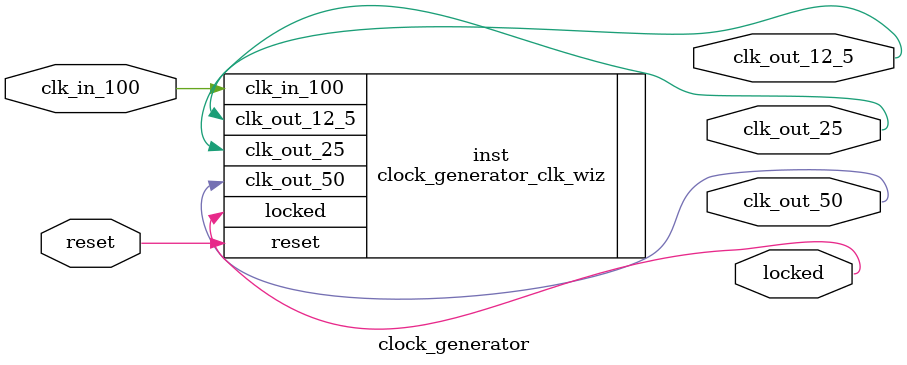
<source format=v>


`timescale 1ps/1ps

(* CORE_GENERATION_INFO = "clock_generator,clk_wiz_v5_4_2_0,{component_name=clock_generator,use_phase_alignment=true,use_min_o_jitter=false,use_max_i_jitter=false,use_dyn_phase_shift=false,use_inclk_switchover=false,use_dyn_reconfig=false,enable_axi=0,feedback_source=FDBK_AUTO,PRIMITIVE=PLL,num_out_clk=3,clkin1_period=10.000,clkin2_period=10.000,use_power_down=false,use_reset=true,use_locked=true,use_inclk_stopped=false,feedback_type=SINGLE,CLOCK_MGR_TYPE=NA,manual_override=false}" *)

module clock_generator 
 (
  // Clock out ports
  output        clk_out_50,
  output        clk_out_25,
  output        clk_out_12_5,
  // Status and control signals
  input         reset,
  output        locked,
 // Clock in ports
  input         clk_in_100
 );

  clock_generator_clk_wiz inst
  (
  // Clock out ports  
  .clk_out_50(clk_out_50),
  .clk_out_25(clk_out_25),
  .clk_out_12_5(clk_out_12_5),
  // Status and control signals               
  .reset(reset), 
  .locked(locked),
 // Clock in ports
  .clk_in_100(clk_in_100)
  );

endmodule

</source>
